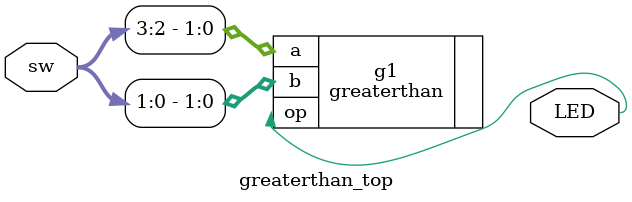
<source format=sv>

module greaterthan_top(
  input logic [3:0] sw, // 4 switches are used, 2 for each input a,b
  output logic [0:0] LED // one LED is used for the output op
    );
    
   greaterthan g1(
   .a(sw[3:2]),
   .b(sw[1:0]),
   .op(LED[0])
   );
     
endmodule

</source>
